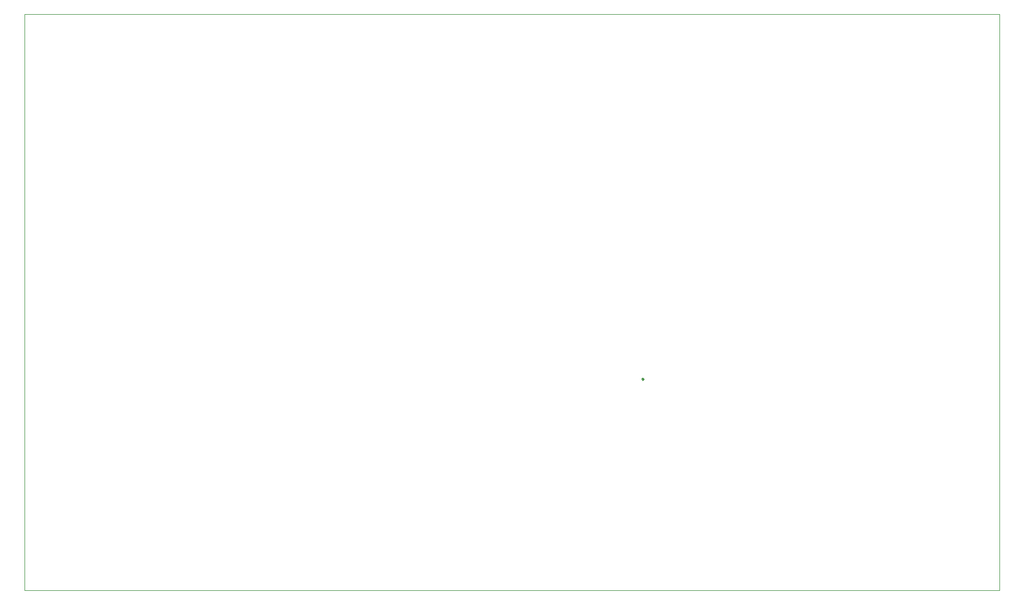
<source format=gbr>
%TF.GenerationSoftware,KiCad,Pcbnew,9.0.2*%
%TF.CreationDate,2025-10-22T08:39:05+07:00*%
%TF.ProjectId,MassageChair_HW_01_update,4d617373-6167-4654-9368-6169725f4857,rev?*%
%TF.SameCoordinates,Original*%
%TF.FileFunction,Legend,Bot*%
%TF.FilePolarity,Positive*%
%FSLAX46Y46*%
G04 Gerber Fmt 4.6, Leading zero omitted, Abs format (unit mm)*
G04 Created by KiCad (PCBNEW 9.0.2) date 2025-10-22 08:39:05*
%MOMM*%
%LPD*%
G01*
G04 APERTURE LIST*
%ADD10C,0.254000*%
%TA.AperFunction,Profile*%
%ADD11C,0.050000*%
%TD*%
G04 APERTURE END LIST*
D10*
%TO.C,SW1*%
X172009001Y-111800000D02*
G75*
G02*
X171755001Y-111800000I-127000J0D01*
G01*
X171755001Y-111800000D02*
G75*
G02*
X172009001Y-111800000I127000J0D01*
G01*
%TD*%
D11*
X75850000Y-55100000D02*
X227250000Y-55100000D01*
X227250000Y-144600000D01*
X75850000Y-144600000D01*
X75850000Y-55100000D01*
M02*

</source>
